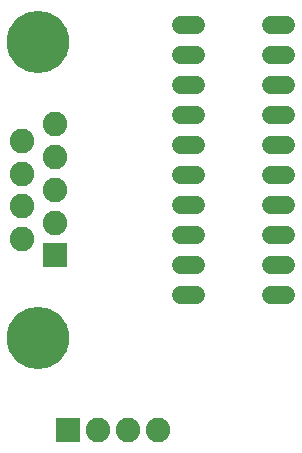
<source format=gbs>
G75*
%MOIN*%
%OFA0B0*%
%FSLAX25Y25*%
%IPPOS*%
%LPD*%
%AMOC8*
5,1,8,0,0,1.08239X$1,22.5*
%
%ADD10C,0.06000*%
%ADD11R,0.08200X0.08200*%
%ADD12C,0.08200*%
%ADD13C,0.20800*%
D10*
X0111032Y0175000D02*
X0116232Y0175000D01*
X0116232Y0185000D02*
X0111032Y0185000D01*
X0111032Y0195000D02*
X0116232Y0195000D01*
X0116232Y0205000D02*
X0111032Y0205000D01*
X0111032Y0215000D02*
X0116232Y0215000D01*
X0116232Y0225000D02*
X0111032Y0225000D01*
X0111032Y0235000D02*
X0116232Y0235000D01*
X0116232Y0245000D02*
X0111032Y0245000D01*
X0111032Y0255000D02*
X0116232Y0255000D01*
X0116232Y0265000D02*
X0111032Y0265000D01*
X0141032Y0265000D02*
X0146232Y0265000D01*
X0146232Y0255000D02*
X0141032Y0255000D01*
X0141032Y0245000D02*
X0146232Y0245000D01*
X0146232Y0235000D02*
X0141032Y0235000D01*
X0141032Y0225000D02*
X0146232Y0225000D01*
X0146232Y0215000D02*
X0141032Y0215000D01*
X0141032Y0205000D02*
X0146232Y0205000D01*
X0146232Y0195000D02*
X0141032Y0195000D01*
X0141032Y0185000D02*
X0146232Y0185000D01*
X0146232Y0175000D02*
X0141032Y0175000D01*
D11*
X0073632Y0130000D03*
X0069223Y0188189D03*
D12*
X0058042Y0193661D03*
X0069223Y0199094D03*
X0058042Y0204567D03*
X0069223Y0210000D03*
X0058042Y0215433D03*
X0069223Y0220906D03*
X0058042Y0226339D03*
X0069223Y0231811D03*
X0083632Y0130000D03*
X0093632Y0130000D03*
X0103632Y0130000D03*
D13*
X0063632Y0160787D03*
X0063632Y0259213D03*
M02*

</source>
